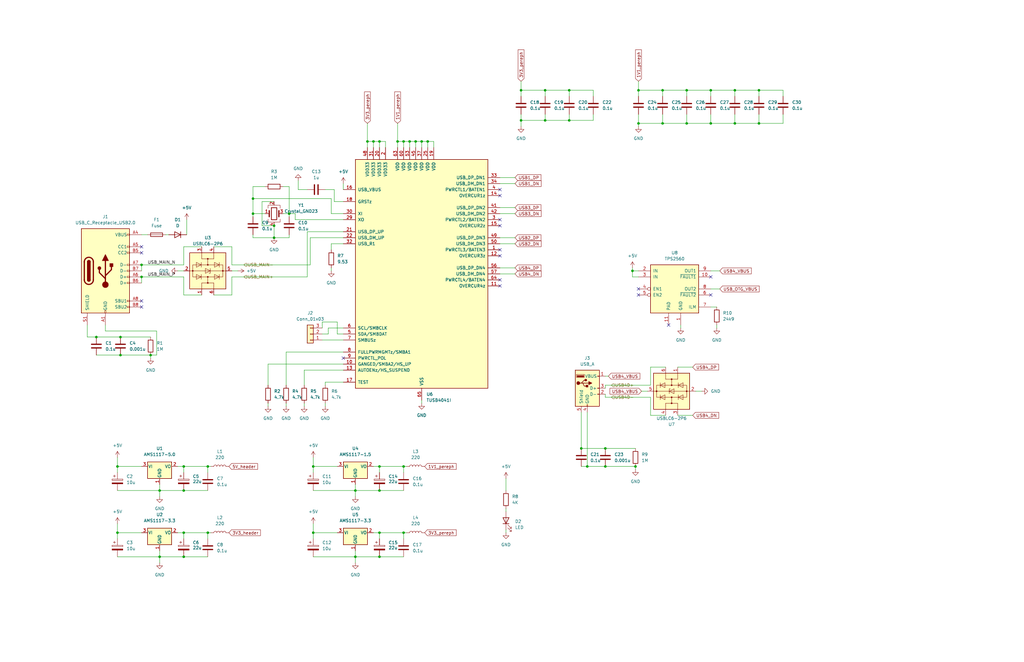
<source format=kicad_sch>
(kicad_sch (version 20211123) (generator eeschema)
  (paper "User" 431.8 279.4)
  (junction (at 167.64 59.69))
  (junction (at 170.18 59.69))
  (junction (at 49.53 196.85))
  (junction (at 154.94 59.69))
  (junction (at 77.47 207.01))
  (junction (at 299.72 38.1))
  (junction (at 50.8 142.24))
  (junction (at 175.26 59.69))
  (junction (at 269.24 52.07))
  (junction (at 77.47 196.85))
  (junction (at 149.86 234.95))
  (junction (at 87.63 224.79))
  (junction (at 255.27 196.85))
  (junction (at 289.56 38.1))
  (junction (at 160.02 196.85))
  (junction (at 121.92 90.17))
  (junction (at 240.03 38.1))
  (junction (at 106.68 90.17))
  (junction (at 266.7 114.3))
  (junction (at 269.24 38.1))
  (junction (at 59.69 116.84))
  (junction (at 299.72 52.07))
  (junction (at 115.57 100.33))
  (junction (at 320.04 52.07))
  (junction (at 67.31 234.95))
  (junction (at 132.08 224.79))
  (junction (at 160.02 207.01))
  (junction (at 172.72 59.69))
  (junction (at 77.47 234.95))
  (junction (at 49.53 224.79))
  (junction (at 289.56 52.07))
  (junction (at 180.34 59.69))
  (junction (at 132.08 196.85))
  (junction (at 106.68 83.82))
  (junction (at 320.04 38.1))
  (junction (at 267.97 196.85))
  (junction (at 177.8 59.69))
  (junction (at 279.4 52.07))
  (junction (at 63.5 149.86))
  (junction (at 40.64 142.24))
  (junction (at 309.88 52.07))
  (junction (at 255.27 189.23))
  (junction (at 240.03 50.8))
  (junction (at 160.02 234.95))
  (junction (at 160.02 224.79))
  (junction (at 87.63 196.85))
  (junction (at 245.11 189.23))
  (junction (at 309.88 38.1))
  (junction (at 157.48 59.69))
  (junction (at 77.47 224.79))
  (junction (at 279.4 38.1))
  (junction (at 160.02 59.69))
  (junction (at 229.87 50.8))
  (junction (at 50.8 149.86))
  (junction (at 219.71 50.8))
  (junction (at 170.18 224.79))
  (junction (at 170.18 196.85))
  (junction (at 67.31 207.01))
  (junction (at 229.87 38.1))
  (junction (at 247.65 196.85))
  (junction (at 149.86 207.01))
  (junction (at 219.71 38.1))
  (junction (at 59.69 111.76))
  (junction (at 115.57 95.25))
  (no_connect (at 59.69 104.14))
  (no_connect (at 59.69 106.68))
  (no_connect (at 59.69 127))
  (no_connect (at 59.69 129.54))
  (no_connect (at 299.72 116.84))
  (no_connect (at 299.72 124.46))
  (no_connect (at 269.24 124.46))
  (no_connect (at 269.24 121.92))
  (no_connect (at 281.94 137.16))
  (no_connect (at 144.78 151.13))
  (no_connect (at 210.82 80.01))
  (no_connect (at 210.82 82.55))
  (no_connect (at 210.82 92.71))
  (no_connect (at 210.82 95.25))
  (no_connect (at 210.82 105.41))
  (no_connect (at 210.82 107.95))
  (no_connect (at 210.82 118.11))
  (no_connect (at 210.82 120.65))
  (wire (pts (xy 289.56 40.64) (xy 289.56 38.1)))
  (wire (pts (xy 138.43 138.43) (xy 138.43 140.97)))
  (wire (pts (xy 97.79 116.84) (xy 97.79 124.46)))
  (wire (pts (xy 144.78 90.17) (xy 139.7 90.17)))
  (wire (pts (xy 77.47 224.79) (xy 87.63 224.79)))
  (wire (pts (xy 87.63 224.79) (xy 87.63 227.33)))
  (wire (pts (xy 210.82 87.63) (xy 217.17 87.63)))
  (wire (pts (xy 49.53 196.85) (xy 59.69 196.85)))
  (wire (pts (xy 132.08 196.85) (xy 142.24 196.85)))
  (wire (pts (xy 77.47 111.76) (xy 77.47 104.14)))
  (wire (pts (xy 139.7 90.17) (xy 139.7 83.82)))
  (wire (pts (xy 97.79 111.76) (xy 130.81 111.76)))
  (wire (pts (xy 139.7 102.87) (xy 144.78 102.87)))
  (wire (pts (xy 125.73 80.01) (xy 129.54 80.01)))
  (wire (pts (xy 50.8 142.24) (xy 63.5 142.24)))
  (wire (pts (xy 330.2 48.26) (xy 330.2 52.07)))
  (wire (pts (xy 180.34 59.69) (xy 180.34 62.23)))
  (wire (pts (xy 132.08 227.33) (xy 132.08 224.79)))
  (wire (pts (xy 125.73 76.2) (xy 125.73 80.01)))
  (wire (pts (xy 44.45 139.7) (xy 66.04 139.7)))
  (wire (pts (xy 219.71 34.29) (xy 219.71 38.1)))
  (wire (pts (xy 78.74 92.71) (xy 78.74 99.06)))
  (wire (pts (xy 77.47 227.33) (xy 77.47 224.79)))
  (wire (pts (xy 229.87 38.1) (xy 240.03 38.1)))
  (wire (pts (xy 219.71 48.26) (xy 219.71 50.8)))
  (wire (pts (xy 266.7 116.84) (xy 269.24 116.84)))
  (wire (pts (xy 142.24 135.89) (xy 135.89 135.89)))
  (wire (pts (xy 144.78 153.67) (xy 113.03 153.67)))
  (wire (pts (xy 172.72 59.69) (xy 172.72 62.23)))
  (wire (pts (xy 66.04 139.7) (xy 66.04 149.86)))
  (wire (pts (xy 130.81 100.33) (xy 144.78 100.33)))
  (wire (pts (xy 279.4 38.1) (xy 279.4 40.64)))
  (wire (pts (xy 219.71 38.1) (xy 219.71 40.64)))
  (wire (pts (xy 175.26 59.69) (xy 175.26 62.23)))
  (wire (pts (xy 144.78 92.71) (xy 124.46 92.71)))
  (wire (pts (xy 120.65 148.59) (xy 144.78 148.59)))
  (wire (pts (xy 149.86 234.95) (xy 149.86 237.49)))
  (wire (pts (xy 74.93 196.85) (xy 77.47 196.85)))
  (wire (pts (xy 77.47 207.01) (xy 87.63 207.01)))
  (wire (pts (xy 49.53 207.01) (xy 67.31 207.01)))
  (wire (pts (xy 132.08 207.01) (xy 149.86 207.01)))
  (wire (pts (xy 240.03 38.1) (xy 240.03 40.64)))
  (wire (pts (xy 130.81 111.76) (xy 130.81 100.33)))
  (wire (pts (xy 289.56 38.1) (xy 299.72 38.1)))
  (wire (pts (xy 139.7 105.41) (xy 139.7 102.87)))
  (wire (pts (xy 142.24 140.97) (xy 142.24 135.89)))
  (wire (pts (xy 157.48 196.85) (xy 160.02 196.85)))
  (wire (pts (xy 170.18 224.79) (xy 171.45 224.79)))
  (wire (pts (xy 135.89 143.51) (xy 144.78 143.51)))
  (wire (pts (xy 269.24 34.29) (xy 269.24 38.1)))
  (wire (pts (xy 137.16 170.18) (xy 137.16 171.45)))
  (wire (pts (xy 285.75 154.94) (xy 292.1 154.94)))
  (wire (pts (xy 67.31 207.01) (xy 67.31 204.47)))
  (wire (pts (xy 266.7 114.3) (xy 266.7 116.84)))
  (wire (pts (xy 137.16 161.29) (xy 144.78 161.29)))
  (wire (pts (xy 247.65 196.85) (xy 255.27 196.85)))
  (wire (pts (xy 320.04 38.1) (xy 330.2 38.1)))
  (wire (pts (xy 167.64 52.07) (xy 167.64 59.69)))
  (wire (pts (xy 219.71 50.8) (xy 229.87 50.8)))
  (wire (pts (xy 87.63 196.85) (xy 88.9 196.85)))
  (wire (pts (xy 67.31 207.01) (xy 67.31 209.55)))
  (wire (pts (xy 128.27 170.18) (xy 128.27 171.45)))
  (wire (pts (xy 240.03 50.8) (xy 250.19 50.8)))
  (wire (pts (xy 160.02 199.39) (xy 160.02 196.85)))
  (wire (pts (xy 299.72 52.07) (xy 309.88 52.07)))
  (wire (pts (xy 44.45 137.16) (xy 44.45 139.7)))
  (wire (pts (xy 49.53 220.98) (xy 49.53 224.79)))
  (wire (pts (xy 149.86 207.01) (xy 160.02 207.01)))
  (wire (pts (xy 49.53 224.79) (xy 59.69 224.79)))
  (wire (pts (xy 110.49 85.09) (xy 110.49 95.25)))
  (wire (pts (xy 121.92 78.74) (xy 121.92 90.17)))
  (wire (pts (xy 160.02 196.85) (xy 170.18 196.85)))
  (wire (pts (xy 210.82 77.47) (xy 217.17 77.47)))
  (wire (pts (xy 129.54 97.79) (xy 144.78 97.79)))
  (wire (pts (xy 132.08 234.95) (xy 149.86 234.95)))
  (wire (pts (xy 266.7 113.03) (xy 266.7 114.3)))
  (wire (pts (xy 274.32 162.56) (xy 274.32 154.94)))
  (wire (pts (xy 50.8 149.86) (xy 63.5 149.86)))
  (wire (pts (xy 279.4 38.1) (xy 289.56 38.1)))
  (wire (pts (xy 149.86 234.95) (xy 149.86 232.41)))
  (wire (pts (xy 121.92 99.06) (xy 121.92 100.33)))
  (wire (pts (xy 67.31 234.95) (xy 77.47 234.95)))
  (wire (pts (xy 182.88 62.23) (xy 182.88 59.69)))
  (wire (pts (xy 137.16 162.56) (xy 137.16 161.29)))
  (wire (pts (xy 124.46 92.71) (xy 124.46 90.17)))
  (wire (pts (xy 255.27 162.56) (xy 274.32 162.56)))
  (wire (pts (xy 267.97 196.85) (xy 267.97 198.12)))
  (wire (pts (xy 132.08 224.79) (xy 142.24 224.79)))
  (wire (pts (xy 287.02 137.16) (xy 287.02 138.43)))
  (wire (pts (xy 49.53 199.39) (xy 49.53 196.85)))
  (wire (pts (xy 106.68 90.17) (xy 111.76 90.17)))
  (wire (pts (xy 132.08 220.98) (xy 132.08 224.79)))
  (wire (pts (xy 97.79 114.3) (xy 100.33 114.3)))
  (wire (pts (xy 160.02 59.69) (xy 160.02 62.23)))
  (wire (pts (xy 74.93 114.3) (xy 77.47 114.3)))
  (wire (pts (xy 106.68 100.33) (xy 115.57 100.33)))
  (wire (pts (xy 213.36 223.52) (xy 213.36 224.79)))
  (wire (pts (xy 177.8 168.91) (xy 177.8 170.18)))
  (wire (pts (xy 135.89 135.89) (xy 135.89 138.43)))
  (wire (pts (xy 269.24 48.26) (xy 269.24 52.07)))
  (wire (pts (xy 210.82 113.03) (xy 217.17 113.03)))
  (wire (pts (xy 299.72 38.1) (xy 299.72 40.64)))
  (wire (pts (xy 59.69 111.76) (xy 77.47 111.76)))
  (wire (pts (xy 160.02 234.95) (xy 170.18 234.95)))
  (wire (pts (xy 111.76 78.74) (xy 106.68 78.74)))
  (wire (pts (xy 77.47 116.84) (xy 77.47 124.46)))
  (wire (pts (xy 115.57 95.25) (xy 115.57 100.33)))
  (wire (pts (xy 289.56 48.26) (xy 289.56 52.07)))
  (wire (pts (xy 139.7 113.03) (xy 139.7 114.3)))
  (wire (pts (xy 240.03 38.1) (xy 250.19 38.1)))
  (wire (pts (xy 320.04 52.07) (xy 330.2 52.07)))
  (wire (pts (xy 144.78 140.97) (xy 142.24 140.97)))
  (wire (pts (xy 67.31 207.01) (xy 77.47 207.01)))
  (wire (pts (xy 229.87 48.26) (xy 229.87 50.8)))
  (wire (pts (xy 106.68 78.74) (xy 106.68 83.82)))
  (wire (pts (xy 162.56 62.23) (xy 162.56 59.69)))
  (wire (pts (xy 160.02 227.33) (xy 160.02 224.79)))
  (wire (pts (xy 269.24 52.07) (xy 269.24 53.34)))
  (wire (pts (xy 59.69 99.06) (xy 62.23 99.06)))
  (wire (pts (xy 137.16 80.01) (xy 140.97 80.01)))
  (wire (pts (xy 106.68 91.44) (xy 106.68 90.17)))
  (wire (pts (xy 210.82 115.57) (xy 217.17 115.57)))
  (wire (pts (xy 177.8 59.69) (xy 180.34 59.69)))
  (wire (pts (xy 132.08 199.39) (xy 132.08 196.85)))
  (wire (pts (xy 170.18 59.69) (xy 172.72 59.69)))
  (wire (pts (xy 245.11 189.23) (xy 255.27 189.23)))
  (wire (pts (xy 106.68 99.06) (xy 106.68 100.33)))
  (wire (pts (xy 87.63 196.85) (xy 87.63 199.39)))
  (wire (pts (xy 255.27 167.64) (xy 255.27 166.37)))
  (wire (pts (xy 149.86 234.95) (xy 160.02 234.95)))
  (wire (pts (xy 128.27 156.21) (xy 128.27 162.56)))
  (wire (pts (xy 139.7 83.82) (xy 106.68 83.82)))
  (wire (pts (xy 250.19 48.26) (xy 250.19 50.8)))
  (wire (pts (xy 170.18 59.69) (xy 170.18 62.23)))
  (wire (pts (xy 77.47 234.95) (xy 87.63 234.95)))
  (wire (pts (xy 167.64 59.69) (xy 170.18 59.69)))
  (wire (pts (xy 49.53 227.33) (xy 49.53 224.79)))
  (wire (pts (xy 299.72 114.3) (xy 303.53 114.3)))
  (wire (pts (xy 255.27 158.75) (xy 256.54 158.75)))
  (wire (pts (xy 320.04 48.26) (xy 320.04 52.07)))
  (wire (pts (xy 295.91 165.1) (xy 293.37 165.1)))
  (wire (pts (xy 154.94 52.07) (xy 154.94 59.69)))
  (wire (pts (xy 140.97 80.01) (xy 140.97 85.09)))
  (wire (pts (xy 160.02 207.01) (xy 170.18 207.01)))
  (wire (pts (xy 87.63 224.79) (xy 88.9 224.79)))
  (wire (pts (xy 170.18 196.85) (xy 171.45 196.85)))
  (wire (pts (xy 320.04 38.1) (xy 320.04 40.64)))
  (wire (pts (xy 59.69 116.84) (xy 77.47 116.84)))
  (wire (pts (xy 49.53 193.04) (xy 49.53 196.85)))
  (wire (pts (xy 97.79 124.46) (xy 90.17 124.46)))
  (wire (pts (xy 149.86 207.01) (xy 149.86 209.55)))
  (wire (pts (xy 144.78 156.21) (xy 128.27 156.21)))
  (wire (pts (xy 36.83 137.16) (xy 36.83 142.24)))
  (wire (pts (xy 77.47 196.85) (xy 87.63 196.85)))
  (wire (pts (xy 170.18 196.85) (xy 170.18 199.39)))
  (wire (pts (xy 170.18 224.79) (xy 170.18 227.33)))
  (wire (pts (xy 309.88 38.1) (xy 320.04 38.1)))
  (wire (pts (xy 154.94 59.69) (xy 157.48 59.69)))
  (wire (pts (xy 255.27 167.64) (xy 274.32 167.64)))
  (wire (pts (xy 157.48 59.69) (xy 157.48 62.23)))
  (wire (pts (xy 309.88 38.1) (xy 309.88 40.64)))
  (wire (pts (xy 110.49 95.25) (xy 115.57 95.25)))
  (wire (pts (xy 110.49 85.09) (xy 115.57 85.09)))
  (wire (pts (xy 40.64 149.86) (xy 50.8 149.86)))
  (wire (pts (xy 229.87 38.1) (xy 229.87 40.64)))
  (wire (pts (xy 97.79 104.14) (xy 90.17 104.14)))
  (wire (pts (xy 177.8 59.69) (xy 177.8 62.23)))
  (wire (pts (xy 121.92 100.33) (xy 115.57 100.33)))
  (wire (pts (xy 66.04 149.86) (xy 63.5 149.86)))
  (wire (pts (xy 113.03 170.18) (xy 113.03 171.45)))
  (wire (pts (xy 274.32 175.26) (xy 280.67 175.26)))
  (wire (pts (xy 67.31 234.95) (xy 67.31 232.41)))
  (wire (pts (xy 77.47 199.39) (xy 77.47 196.85)))
  (wire (pts (xy 299.72 48.26) (xy 299.72 52.07)))
  (wire (pts (xy 266.7 114.3) (xy 269.24 114.3)))
  (wire (pts (xy 210.82 102.87) (xy 217.17 102.87)))
  (wire (pts (xy 157.48 224.79) (xy 160.02 224.79)))
  (wire (pts (xy 140.97 85.09) (xy 144.78 85.09)))
  (wire (pts (xy 67.31 234.95) (xy 67.31 237.49)))
  (wire (pts (xy 157.48 59.69) (xy 160.02 59.69)))
  (wire (pts (xy 77.47 104.14) (xy 85.09 104.14)))
  (wire (pts (xy 97.79 111.76) (xy 97.79 104.14)))
  (wire (pts (xy 160.02 59.69) (xy 162.56 59.69)))
  (wire (pts (xy 279.4 52.07) (xy 289.56 52.07)))
  (wire (pts (xy 309.88 52.07) (xy 320.04 52.07)))
  (wire (pts (xy 113.03 153.67) (xy 113.03 162.56)))
  (wire (pts (xy 210.82 100.33) (xy 217.17 100.33)))
  (wire (pts (xy 97.79 116.84) (xy 129.54 116.84)))
  (wire (pts (xy 250.19 40.64) (xy 250.19 38.1)))
  (wire (pts (xy 289.56 52.07) (xy 299.72 52.07)))
  (wire (pts (xy 71.12 99.06) (xy 69.85 99.06)))
  (wire (pts (xy 144.78 138.43) (xy 138.43 138.43)))
  (wire (pts (xy 299.72 38.1) (xy 309.88 38.1)))
  (wire (pts (xy 240.03 48.26) (xy 240.03 50.8)))
  (wire (pts (xy 40.64 142.24) (xy 50.8 142.24)))
  (wire (pts (xy 132.08 193.04) (xy 132.08 196.85)))
  (wire (pts (xy 129.54 116.84) (xy 129.54 97.79)))
  (wire (pts (xy 299.72 121.92) (xy 303.53 121.92)))
  (wire (pts (xy 175.26 59.69) (xy 177.8 59.69)))
  (wire (pts (xy 59.69 111.76) (xy 59.69 114.3)))
  (wire (pts (xy 245.11 173.99) (xy 245.11 189.23)))
  (wire (pts (xy 274.32 154.94) (xy 280.67 154.94)))
  (wire (pts (xy 255.27 196.85) (xy 267.97 196.85)))
  (wire (pts (xy 299.72 129.54) (xy 302.26 129.54)))
  (wire (pts (xy 269.24 52.07) (xy 279.4 52.07)))
  (wire (pts (xy 229.87 50.8) (xy 240.03 50.8)))
  (wire (pts (xy 255.27 189.23) (xy 267.97 189.23)))
  (wire (pts (xy 149.86 207.01) (xy 149.86 204.47)))
  (wire (pts (xy 269.24 38.1) (xy 279.4 38.1)))
  (wire (pts (xy 120.65 162.56) (xy 120.65 148.59)))
  (wire (pts (xy 279.4 48.26) (xy 279.4 52.07)))
  (wire (pts (xy 285.75 175.26) (xy 292.1 175.26)))
  (wire (pts (xy 160.02 224.79) (xy 170.18 224.79)))
  (wire (pts (xy 302.26 137.16) (xy 302.26 138.43)))
  (wire (pts (xy 119.38 78.74) (xy 121.92 78.74)))
  (wire (pts (xy 270.51 165.1) (xy 273.05 165.1)))
  (wire (pts (xy 219.71 38.1) (xy 229.87 38.1)))
  (wire (pts (xy 210.82 74.93) (xy 217.17 74.93)))
  (wire (pts (xy 247.65 173.99) (xy 247.65 196.85)))
  (wire (pts (xy 269.24 38.1) (xy 269.24 40.64)))
  (wire (pts (xy 154.94 59.69) (xy 154.94 62.23)))
  (wire (pts (xy 245.11 196.85) (xy 247.65 196.85)))
  (wire (pts (xy 144.78 77.47) (xy 144.78 80.01)))
  (wire (pts (xy 106.68 83.82) (xy 106.68 90.17)))
  (wire (pts (xy 180.34 59.69) (xy 182.88 59.69)))
  (wire (pts (xy 77.47 124.46) (xy 85.09 124.46)))
  (wire (pts (xy 36.83 142.24) (xy 40.64 142.24)))
  (wire (pts (xy 210.82 90.17) (xy 217.17 90.17)))
  (wire (pts (xy 74.93 224.79) (xy 77.47 224.79)))
  (wire (pts (xy 121.92 90.17) (xy 121.92 91.44)))
  (wire (pts (xy 172.72 59.69) (xy 175.26 59.69)))
  (wire (pts (xy 167.64 59.69) (xy 167.64 62.23)))
  (wire (pts (xy 219.71 50.8) (xy 219.71 53.34)))
  (wire (pts (xy 63.5 149.86) (xy 63.5 151.13)))
  (wire (pts (xy 59.69 116.84) (xy 59.69 119.38)))
  (wire (pts (xy 124.46 90.17) (xy 121.92 90.17)))
  (wire (pts (xy 49.53 234.95) (xy 67.31 234.95)))
  (wire (pts (xy 213.36 214.63) (xy 213.36 215.9)))
  (wire (pts (xy 274.32 167.64) (xy 274.32 175.26)))
  (wire (pts (xy 120.65 170.18) (xy 120.65 171.45)))
  (wire (pts (xy 255.27 162.56) (xy 255.27 163.83)))
  (wire (pts (xy 309.88 48.26) (xy 309.88 52.07)))
  (wire (pts (xy 138.43 140.97) (xy 135.89 140.97)))
  (wire (pts (xy 330.2 40.64) (xy 330.2 38.1)))
  (wire (pts (xy 213.36 201.93) (xy 213.36 207.01)))
  (wire (pts (xy 119.38 90.17) (xy 121.92 90.17)))
  (label "USB_MAIN_N" (at 62.23 111.76 0))
  (label "USB_MAIN_P" (at 62.23 116.84 0))
  (global_label "USB4_DN" (shape input) (at 217.17 115.57 0) (property "Intersheet References" "${INTERSHEET_REFS}" (effects hide)))
  (global_label "USB4_VBUS" (shape input) (at 270.51 165.1 180) (property "Intersheet References" "${INTERSHEET_REFS}" (effects hide)))
  (global_label "1V1_pereph" (shape input) (at 179.07 196.85 0) (property "Intersheet References" "${INTERSHEET_REFS}" (effects hide)))
  (global_label "3V3_header" (shape input) (at 96.52 224.79 0) (property "Intersheet References" "${INTERSHEET_REFS}" (effects hide)))
  (global_label "1V1_pereph" (shape input) (at 269.24 34.29 90) (property "Intersheet References" "${INTERSHEET_REFS}" (effects hide)))
  (global_label "3V3_pereph" (shape input) (at 154.94 52.07 90) (property "Intersheet References" "${INTERSHEET_REFS}" (effects hide)))
  (global_label "USB4_VBUS" (shape input) (at 303.53 114.3 0) (property "Intersheet References" "${INTERSHEET_REFS}" (effects hide)))
  (global_label "USB_OTG_VBUS" (shape input) (at 303.53 121.92 0) (property "Intersheet References" "${INTERSHEET_REFS}" (effects hide)))
  (global_label "USB2_DP" (shape input) (at 217.17 100.33 0) (property "Intersheet References" "${INTERSHEET_REFS}" (effects hide)))
  (global_label "USB4_DP" (shape input) (at 217.17 113.03 0) (property "Intersheet References" "${INTERSHEET_REFS}" (effects hide)))
  (global_label "USB4_DP" (shape input) (at 292.1 154.94 0) (property "Intersheet References" "${INTERSHEET_REFS}" (effects hide)))
  (global_label "3V3_pereph" (shape input) (at 179.07 224.79 0) (property "Intersheet References" "${INTERSHEET_REFS}" (effects hide)))
  (global_label "USB2_DN" (shape input) (at 217.17 102.87 0) (property "Intersheet References" "${INTERSHEET_REFS}" (effects hide)))
  (global_label "1V1_pereph" (shape input) (at 167.64 52.07 90) (property "Intersheet References" "${INTERSHEET_REFS}" (effects hide)))
  (global_label "USB4_DN" (shape input) (at 292.1 175.26 0) (property "Intersheet References" "${INTERSHEET_REFS}" (effects hide)))
  (global_label "USB4_VBUS" (shape input) (at 256.54 158.75 0) (property "Intersheet References" "${INTERSHEET_REFS}" (effects hide)))
  (global_label "USB1_DP" (shape input) (at 217.17 74.93 0) (property "Intersheet References" "${INTERSHEET_REFS}" (effects hide)))
  (global_label "5V_header" (shape input) (at 96.52 196.85 0) (property "Intersheet References" "${INTERSHEET_REFS}" (effects hide)))
  (global_label "USB1_DN" (shape input) (at 217.17 77.47 0) (property "Intersheet References" "${INTERSHEET_REFS}" (effects hide)))
  (global_label "USB3_DP" (shape input) (at 217.17 87.63 0) (property "Intersheet References" "${INTERSHEET_REFS}" (effects hide)))
  (global_label "USB3_DN" (shape input) (at 217.17 90.17 0) (property "Intersheet References" "${INTERSHEET_REFS}" (effects hide)))
  (global_label "3V3_pereph" (shape input) (at 219.71 34.29 90) (property "Intersheet References" "${INTERSHEET_REFS}" (effects hide)))
  (hierarchical_label "USB_MAIN-" (shape input) (at 102.87 111.76 0))
  (hierarchical_label "USB4D+" (shape input) (at 257.81 162.56 0))
  (hierarchical_label "USB4D-" (shape input) (at 257.81 167.64 0))
  (hierarchical_label "USB_MAIN+" (shape input) (at 102.87 116.84 0))
  (symbol (lib_id "Device:R") (at 63.5 146.05 0) (unit 1)
    (property "Reference" "R1" (at 66.04 144.7799 0) (effects (justify left)))
    (property "Value" "1M" (at 66.04 147.3199 0) (effects (justify left)))
    (property "Footprint" "Resistor_SMD:R_0603_1608Metric_Pad0.98x0.95mm_HandSolder" (effects hide))
  )
  (symbol (lib_id "Interface_USB:TPS2560") (at 284.48 121.92 0) (unit 1)
    (property "Reference" "U8" (at 284.48 106.68 0))
    (property "Value" "TPS2560" (at 284.48 109.22 0))
    (property "Footprint" "Package_SON:VSON-10-1EP_3x3mm_P0.5mm_EP1.65x2.4mm" (effects hide))
    (property "Datasheet" "http://www.ti.com/lit/ds/symlink/tps2560.pdf" (effects hide))
  )
  (symbol (lib_id "Device:D") (at 74.93 99.06 180) (unit 1)
    (property "Reference" "D1" (at 74.93 92.71 0))
    (property "Value" "D" (at 74.93 95.25 0))
    (property "Footprint" "Diode_SMD:D_0805_2012Metric_Pad1.15x1.40mm_HandSolder" (effects hide))
  )
  (symbol (lib_id "power:GND") (at 287.02 138.43 0) (unit 1)
    (property "Reference" "#PWR028" (effects hide))
    (property "Value" "GND" (at 287.02 143.51 0))
  )
  (symbol (lib_id "Device:C") (at 170.18 203.2 0) (unit 1)
    (property "Reference" "C16" (at 173.99 201.9299 0) (effects (justify left)))
    (property "Value" "0.1u" (at 173.99 204.4699 0) (effects (justify left)))
    (property "Footprint" "Capacitor_SMD:C_0805_2012Metric_Pad1.18x1.45mm_HandSolder" (effects hide))
  )
  (symbol (lib_id "Device:R") (at 115.57 78.74 90) (unit 1)
    (property "Reference" "R3" (at 115.57 72.39 90))
    (property "Value" "1M" (at 115.57 74.93 90))
    (property "Footprint" "Resistor_SMD:R_0603_1608Metric_Pad0.98x0.95mm_HandSolder" (effects hide))
  )
  (symbol (lib_id "Device:C") (at 229.87 44.45 0) (unit 1)
    (property "Reference" "C19" (at 233.68 43.1799 0) (effects (justify left)))
    (property "Value" "0.1u" (at 233.68 45.7199 0) (effects (justify left)))
    (property "Footprint" "Capacitor_SMD:C_0603_1608Metric_Pad1.08x0.95mm_HandSolder" (effects hide))
  )
  (symbol (lib_id "Regulator_Linear:AMS1117-3.3") (at 67.31 224.79 0) (unit 1)
    (property "Reference" "U2" (at 67.31 217.17 0))
    (property "Value" "AMS1117-3.3" (at 67.31 219.71 0))
    (property "Footprint" "Package_TO_SOT_SMD:SOT-223-3_TabPin2" (effects hide))
    (property "Datasheet" "http://www.advanced-monolithic.com/pdf/ds1117.pdf" (effects hide))
  )
  (symbol (lib_id "Device:R") (at 302.26 133.35 0) (unit 1)
    (property "Reference" "R10" (at 304.8 132.0799 0) (effects (justify left)))
    (property "Value" "24k9" (at 304.8 134.6199 0) (effects (justify left)))
    (property "Footprint" "Resistor_SMD:R_0603_1608Metric_Pad0.98x0.95mm_HandSolder" (effects hide))
  )
  (symbol (lib_id "Device:C_Polarized") (at 132.08 203.2 0) (unit 1)
    (property "Reference" "C11" (at 135.89 201.0409 0) (effects (justify left)))
    (property "Value" "10u" (at 135.89 203.5809 0) (effects (justify left)))
    (property "Footprint" "Capacitor_Tantalum_SMD:CP_EIA-6032-15_Kemet-U_Pad2.25x2.35mm_HandSolder" (effects hide))
  )
  (symbol (lib_id "Interface_USB:TUSB4041I") (at 177.8 115.57 0) (unit 1)
    (property "Reference" "U6" (at 179.8194 166.37 0) (effects (justify left)))
    (property "Value" "TUSB4041I" (at 179.8194 168.91 0) (effects (justify left)))
    (property "Footprint" "Package_QFP:HTQFP-64-1EP_10x10mm_P0.5mm_EP8x8mm" (effects hide))
    (property "Datasheet" "http://www.ti.com/lit/ds/symlink/tusb4041i.pdf" (effects hide))
  )
  (symbol (lib_id "Power_Protection:USBLC6-2P6") (at 87.63 114.3 270) (mirror x) (unit 1)
    (property "Reference" "U3" (at 87.63 100.33 90))
    (property "Value" "USBLC6-2P6" (at 87.63 102.87 90))
    (property "Footprint" "Package_TO_SOT_SMD:SOT-666" (effects hide))
    (property "Datasheet" "https://www.st.com/resource/en/datasheet/usblc6-2.pdf" (effects hide))
  )
  (symbol (lib_id "Device:Fuse") (at 66.04 99.06 90) (unit 1)
    (property "Reference" "F1" (at 66.04 92.71 90))
    (property "Value" "Fuse" (at 66.04 95.25 90))
    (property "Footprint" "Fuse:Fuse_1210_3225Metric" (effects hide))
  )
  (symbol (lib_id "Device:C_Polarized") (at 160.02 203.2 0) (unit 1)
    (property "Reference" "C14" (at 163.83 201.0409 0) (effects (justify left)))
    (property "Value" "22u" (at 163.83 203.2 0) (effects (justify left)))
    (property "Footprint" "Capacitor_Tantalum_SMD:CP_EIA-6032-15_Kemet-U_Pad2.25x2.35mm_HandSolder" (effects hide))
  )
  (symbol (lib_id "Device:C") (at 106.68 95.25 0) (unit 1)
    (property "Reference" "C9" (at 110.49 93.9799 0) (effects (justify left)))
    (property "Value" "0.1u" (at 110.49 96.5199 0) (effects (justify left)))
    (property "Footprint" "Capacitor_SMD:C_0603_1608Metric_Pad1.08x0.95mm_HandSolder" (effects hide))
  )
  (symbol (lib_id "Device:C") (at 309.88 44.45 0) (unit 1)
    (property "Reference" "C28" (at 313.69 43.1799 0) (effects (justify left)))
    (property "Value" "0.1u" (at 313.69 45.7199 0) (effects (justify left)))
    (property "Footprint" "Capacitor_SMD:C_0603_1608Metric_Pad1.08x0.95mm_HandSolder" (effects hide))
  )
  (symbol (lib_id "Connector:USB_A") (at 247.65 163.83 0) (unit 1)
    (property "Reference" "J3" (at 247.65 151.13 0))
    (property "Value" "USB_A" (at 247.65 153.67 0))
    (property "Footprint" "Connector_USB:USB_A_Molex_67643_Horizontal" (effects hide))
    (property "Datasheet" " ~" (effects hide))
  )
  (symbol (lib_id "Device:C_Polarized") (at 77.47 203.2 0) (unit 1)
    (property "Reference" "C5" (at 81.28 201.0409 0) (effects (justify left)))
    (property "Value" "22u" (at 81.28 203.2 0) (effects (justify left)))
    (property "Footprint" "Capacitor_Tantalum_SMD:CP_EIA-6032-15_Kemet-U_Pad2.25x2.35mm_HandSolder" (effects hide))
  )
  (symbol (lib_id "power:+5V") (at 49.53 220.98 0) (unit 1)
    (property "Reference" "#PWR02" (effects hide))
    (property "Value" "+5V" (at 49.53 215.9 0))
  )
  (symbol (lib_id "power:GND") (at 295.91 165.1 90) (unit 1)
    (property "Reference" "#PWR029" (effects hide))
    (property "Value" "GND" (at 299.72 165.0999 90) (effects (justify right)))
  )
  (symbol (lib_id "Device:R") (at 139.7 109.22 0) (unit 1)
    (property "Reference" "R7" (at 142.24 107.9499 0) (effects (justify left)))
    (property "Value" "9.53" (at 142.24 110.4899 0) (effects (justify left)))
    (property "Footprint" "Resistor_SMD:R_0603_1608Metric_Pad0.98x0.95mm_HandSolder" (effects hide))
  )
  (symbol (lib_id "Device:C") (at 269.24 44.45 0) (unit 1)
    (property "Reference" "C24" (at 273.05 43.1799 0) (effects (justify left)))
    (property "Value" "0.1u" (at 273.05 45.7199 0) (effects (justify left)))
    (property "Footprint" "Capacitor_SMD:C_0603_1608Metric_Pad1.08x0.95mm_HandSolder" (effects hide))
  )
  (symbol (lib_id "power:GND") (at 113.03 171.45 0) (unit 1)
    (property "Reference" "#PWR09" (effects hide))
    (property "Value" "GND" (at 113.03 176.53 0))
  )
  (symbol (lib_id "power:GND") (at 120.65 171.45 0) (unit 1)
    (property "Reference" "#PWR011" (effects hide))
    (property "Value" "GND" (at 120.65 176.53 0))
  )
  (symbol (lib_id "power:GND") (at 137.16 171.45 0) (unit 1)
    (property "Reference" "#PWR016" (effects hide))
    (property "Value" "GND" (at 137.16 176.53 0))
  )
  (symbol (lib_id "power:GND") (at 213.36 224.79 0) (unit 1)
    (property "Reference" "#PWR023" (effects hide))
    (property "Value" "GND" (at 213.36 229.87 0))
  )
  (symbol (lib_id "Device:Crystal_GND24") (at 115.57 90.17 0) (unit 1)
    (property "Reference" "Y1" (at 127 86.5886 0))
    (property "Value" "Crystal_GND23" (at 127 89.1286 0))
    (property "Footprint" "Crystal:Crystal_SMD_2520-4Pin_2.5x2.0mm" (effects hide))
  )
  (symbol (lib_id "Device:C") (at 250.19 44.45 0) (unit 1)
    (property "Reference" "C22" (at 254 43.1799 0) (effects (justify left)))
    (property "Value" "0.1u" (at 254 45.7199 0) (effects (justify left)))
    (property "Footprint" "Capacitor_SMD:C_0603_1608Metric_Pad1.08x0.95mm_HandSolder" (effects hide))
  )
  (symbol (lib_id "Device:C_Polarized") (at 49.53 231.14 0) (unit 1)
    (property "Reference" "C3" (at 53.34 228.9809 0) (effects (justify left)))
    (property "Value" "10u" (at 53.34 231.5209 0) (effects (justify left)))
    (property "Footprint" "Capacitor_Tantalum_SMD:CP_EIA-6032-15_Kemet-U_Pad2.25x2.35mm_HandSolder" (effects hide))
  )
  (symbol (lib_id "Device:C_Polarized") (at 132.08 231.14 0) (unit 1)
    (property "Reference" "C12" (at 135.89 228.9809 0) (effects (justify left)))
    (property "Value" "10u" (at 135.89 231.5209 0) (effects (justify left)))
    (property "Footprint" "Capacitor_Tantalum_SMD:CP_EIA-6032-15_Kemet-U_Pad2.25x2.35mm_HandSolder" (effects hide))
  )
  (symbol (lib_id "Device:C_Polarized") (at 77.47 231.14 0) (unit 1)
    (property "Reference" "C6" (at 81.28 228.9809 0) (effects (justify left)))
    (property "Value" "22u" (at 81.28 231.14 0) (effects (justify left)))
    (property "Footprint" "Capacitor_Tantalum_SMD:CP_EIA-6032-15_Kemet-U_Pad2.25x2.35mm_HandSolder" (effects hide))
  )
  (symbol (lib_id "power:+5V") (at 266.7 113.03 0) (unit 1)
    (property "Reference" "#PWR025" (effects hide))
    (property "Value" "+5V" (at 266.7 107.95 0))
  )
  (symbol (lib_id "power:GND") (at 67.31 209.55 0) (unit 1)
    (property "Reference" "#PWR04" (effects hide))
    (property "Value" "GND" (at 67.31 214.63 0))
  )
  (symbol (lib_id "Device:R") (at 128.27 166.37 0) (unit 1)
    (property "Reference" "R5" (at 130.81 165.0999 0) (effects (justify left)))
    (property "Value" "4.7k" (at 130.81 167.6399 0) (effects (justify left)))
    (property "Footprint" "Resistor_SMD:R_0603_1608Metric_Pad0.98x0.95mm_HandSolder" (effects hide))
  )
  (symbol (lib_id "power:GND") (at 149.86 237.49 0) (unit 1)
    (property "Reference" "#PWR020" (effects hide))
    (property "Value" "GND" (at 149.86 242.57 0))
  )
  (symbol (lib_id "power:GND") (at 139.7 114.3 0) (unit 1)
    (property "Reference" "#PWR017" (effects hide))
    (property "Value" "GND" (at 139.7 119.38 0))
  )
  (symbol (lib_id "Device:R") (at 113.03 166.37 0) (unit 1)
    (property "Reference" "R2" (at 115.57 165.0999 0) (effects (justify left)))
    (property "Value" "4.7k" (at 115.57 167.6399 0) (effects (justify left)))
    (property "Footprint" "Resistor_SMD:R_0603_1608Metric_Pad0.98x0.95mm_HandSolder" (effects hide))
  )
  (symbol (lib_id "Device:C_Polarized") (at 49.53 203.2 0) (unit 1)
    (property "Reference" "C2" (at 53.34 201.0409 0) (effects (justify left)))
    (property "Value" "10u" (at 53.34 203.5809 0) (effects (justify left)))
    (property "Footprint" "Capacitor_Tantalum_SMD:CP_EIA-6032-15_Kemet-U_Pad2.25x2.35mm_HandSolder" (effects hide))
  )
  (symbol (lib_id "Device:C") (at 87.63 231.14 0) (unit 1)
    (property "Reference" "C8" (at 91.44 229.8699 0) (effects (justify left)))
    (property "Value" "0.1u" (at 91.44 232.4099 0) (effects (justify left)))
    (property "Footprint" "Capacitor_SMD:C_0805_2012Metric_Pad1.18x1.45mm_HandSolder" (effects hide))
  )
  (symbol (lib_id "Device:C") (at 240.03 44.45 0) (unit 1)
    (property "Reference" "C20" (at 243.84 43.1799 0) (effects (justify left)))
    (property "Value" "0.1u" (at 243.84 45.7199 0) (effects (justify left)))
    (property "Footprint" "Capacitor_SMD:C_0603_1608Metric_Pad1.08x0.95mm_HandSolder" (effects hide))
  )
  (symbol (lib_id "power:GND") (at 63.5 151.13 0) (unit 1)
    (property "Reference" "#PWR03" (effects hide))
    (property "Value" "GND" (at 63.5 156.21 0))
  )
  (symbol (lib_id "power:GND") (at 115.57 100.33 0) (unit 1)
    (property "Reference" "#PWR010" (effects hide))
    (property "Value" "GND" (at 115.57 105.41 0))
  )
  (symbol (lib_id "power:GND") (at 302.26 138.43 0) (unit 1)
    (property "Reference" "#PWR030" (effects hide))
    (property "Value" "GND" (at 302.26 143.51 0))
  )
  (symbol (lib_id "power:GND") (at 125.73 76.2 180) (unit 1)
    (property "Reference" "#PWR012" (effects hide))
    (property "Value" "GND" (at 125.73 71.12 0))
  )
  (symbol (lib_id "Device:C") (at 279.4 44.45 0) (unit 1)
    (property "Reference" "C25" (at 283.21 43.1799 0) (effects (justify left)))
    (property "Value" "0.1u" (at 283.21 45.7199 0) (effects (justify left)))
    (property "Footprint" "Capacitor_SMD:C_0603_1608Metric_Pad1.08x0.95mm_HandSolder" (effects hide))
  )
  (symbol (lib_id "Device:C") (at 245.11 193.04 0) (unit 1)
    (property "Reference" "C21" (at 248.92 191.7699 0) (effects (justify left)))
    (property "Value" "0.1u" (at 248.92 194.3099 0) (effects (justify left)))
    (property "Footprint" "Capacitor_SMD:C_0603_1608Metric_Pad1.08x0.95mm_HandSolder" (effects hide))
  )
  (symbol (lib_id "Device:L") (at 92.71 224.79 90) (unit 1)
    (property "Reference" "L2" (at 92.71 218.44 90))
    (property "Value" "220" (at 92.71 220.98 90))
    (property "Footprint" "Inductor_SMD:L_2010_5025Metric_Pad1.52x2.65mm_HandSolder" (effects hide))
  )
  (symbol (lib_id "power:+5V") (at 132.08 193.04 0) (unit 1)
    (property "Reference" "#PWR014" (effects hide))
    (property "Value" "+5V" (at 132.08 187.96 0))
  )
  (symbol (lib_id "Device:C") (at 133.35 80.01 90) (unit 1)
    (property "Reference" "C13" (at 133.35 72.39 90))
    (property "Value" "1u" (at 133.35 74.93 90))
    (property "Footprint" "Capacitor_SMD:C_0603_1608Metric_Pad1.08x0.95mm_HandSolder" (effects hide))
  )
  (symbol (lib_id "Connector:USB_C_Receptacle_USB2.0") (at 44.45 114.3 0) (unit 1)
    (property "Reference" "J1" (at 44.45 91.44 0))
    (property "Value" "USB_C_Receptacle_USB2.0" (at 44.45 93.98 0))
    (property "Footprint" "Connector_USB:USB_C_Receptacle_HRO_TYPE-C-31-M-12" (effects hide))
    (property "Datasheet" "https://www.usb.org/sites/default/files/documents/usb_type-c.zip" (effects hide))
  )
  (symbol (lib_id "Device:L") (at 175.26 196.85 90) (unit 1)
    (property "Reference" "L3" (at 175.26 190.5 90))
    (property "Value" "220" (at 175.26 193.04 90))
    (property "Footprint" "Inductor_SMD:L_2010_5025Metric_Pad1.52x2.65mm_HandSolder" (effects hide))
  )
  (symbol (lib_id "power:+5V") (at 78.74 92.71 0) (unit 1)
    (property "Reference" "#PWR07" (effects hide))
    (property "Value" "+5V" (at 78.74 87.63 0))
  )
  (symbol (lib_id "power:+5V") (at 213.36 201.93 0) (unit 1)
    (property "Reference" "#PWR022" (effects hide))
    (property "Value" "+5V" (at 213.36 196.85 0))
  )
  (symbol (lib_id "Device:LED") (at 213.36 219.71 90) (unit 1)
    (property "Reference" "D2" (at 217.17 220.0274 90) (effects (justify right)))
    (property "Value" "LED" (at 217.17 222.5674 90) (effects (justify right)))
    (property "Footprint" "LED_SMD:LED_0805_2012Metric_Pad1.15x1.40mm_HandSolder" (effects hide))
  )
  (symbol (lib_id "Device:C") (at 330.2 44.45 0) (unit 1)
    (property "Reference" "C30" (at 334.01 43.1799 0) (effects (justify left)))
    (property "Value" "0.1u" (at 334.01 45.7199 0) (effects (justify left)))
    (property "Footprint" "Capacitor_SMD:C_0603_1608Metric_Pad1.08x0.95mm_HandSolder" (effects hide))
  )
  (symbol (lib_id "power:GND") (at 267.97 198.12 0) (unit 1)
    (property "Reference" "#PWR026" (effects hide))
    (property "Value" "GND" (at 267.97 203.2 0))
  )
  (symbol (lib_id "power:GND") (at 149.86 209.55 0) (unit 1)
    (property "Reference" "#PWR019" (effects hide))
    (property "Value" "GND" (at 149.86 214.63 0))
  )
  (symbol (lib_id "power:GND") (at 74.93 114.3 270) (unit 1)
    (property "Reference" "#PWR06" (effects hide))
    (property "Value" "GND" (at 71.12 114.2999 90) (effects (justify right)))
  )
  (symbol (lib_id "Device:C") (at 50.8 146.05 0) (unit 1)
    (property "Reference" "C4" (at 54.61 144.7799 0) (effects (justify left)))
    (property "Value" "0.001u" (at 54.61 147.3199 0) (effects (justify left)))
    (property "Footprint" "Capacitor_SMD:C_0603_1608Metric_Pad1.08x0.95mm_HandSolder" (effects hide))
  )
  (symbol (lib_id "Power_Protection:USBLC6-2P6") (at 283.21 165.1 90) (mirror x) (unit 1)
    (property "Reference" "U7" (at 283.21 179.07 90))
    (property "Value" "USBLC6-2P6" (at 283.21 176.53 90))
    (property "Footprint" "Package_TO_SOT_SMD:SOT-666" (effects hide))
    (property "Datasheet" "https://www.st.com/resource/en/datasheet/usblc6-2.pdf" (effects hide))
  )
  (symbol (lib_id "power:GND") (at 128.27 171.45 0) (unit 1)
    (property "Reference" "#PWR013" (effects hide))
    (property "Value" "GND" (at 128.27 176.53 0))
  )
  (symbol (lib_id "Device:C") (at 87.63 203.2 0) (unit 1)
    (property "Reference" "C7" (at 91.44 201.9299 0) (effects (justify left)))
    (property "Value" "0.1u" (at 91.44 204.4699 0) (effects (justify left)))
    (property "Footprint" "Capacitor_SMD:C_0805_2012Metric_Pad1.18x1.45mm_HandSolder" (effects hide))
  )
  (symbol (lib_id "power:+5V") (at 144.78 77.47 0) (unit 1)
    (property "Reference" "#PWR018" (effects hide))
    (property "Value" "+5V" (at 144.78 72.39 0))
  )
  (symbol (lib_id "Regulator_Linear:AMS1117-1.5") (at 149.86 196.85 0) (unit 1)
    (property "Reference" "U4" (at 149.86 189.23 0))
    (property "Value" "AMS1117-1.5" (at 149.86 191.77 0))
    (property "Footprint" "Package_TO_SOT_SMD:SOT-223-3_TabPin2" (effects hide))
    (property "Datasheet" "http://www.advanced-monolithic.com/pdf/ds1117.pdf" (effects hide))
  )
  (symbol (lib_id "Device:C") (at 320.04 44.45 0) (unit 1)
    (property "Reference" "C29" (at 323.85 43.1799 0) (effects (justify left)))
    (property "Value" "0.1u" (at 323.85 45.7199 0) (effects (justify left)))
    (property "Footprint" "Capacitor_SMD:C_0603_1608Metric_Pad1.08x0.95mm_HandSolder" (effects hide))
  )
  (symbol (lib_id "Device:R") (at 120.65 166.37 0) (unit 1)
    (property "Reference" "R4" (at 123.19 165.0999 0) (effects (justify left)))
    (property "Value" "4.7k" (at 123.19 167.6399 0) (effects (justify left)))
    (property "Footprint" "Resistor_SMD:R_0603_1608Metric_Pad0.98x0.95mm_HandSolder" (effects hide))
  )
  (symbol (lib_id "Device:C") (at 255.27 193.04 0) (unit 1)
    (property "Reference" "C23" (at 259.08 191.7699 0) (effects (justify left)))
    (property "Value" "0.001u" (at 259.08 194.3099 0) (effects (justify left)))
    (property "Footprint" "Capacitor_SMD:C_0603_1608Metric_Pad1.08x0.95mm_HandSolder" (effects hide))
  )
  (symbol (lib_id "Device:C") (at 219.71 44.45 0) (unit 1)
    (property "Reference" "C18" (at 223.52 43.1799 0) (effects (justify left)))
    (property "Value" "0.1u" (at 223.52 45.7199 0) (effects (justify left)))
    (property "Footprint" "Capacitor_SMD:C_0603_1608Metric_Pad1.08x0.95mm_HandSolder" (effects hide))
  )
  (symbol (lib_id "power:GND") (at 269.24 53.34 0) (unit 1)
    (property "Reference" "#PWR027" (effects hide))
    (property "Value" "GND" (at 269.24 58.42 0))
  )
  (symbol (lib_id "Device:R") (at 213.36 210.82 0) (unit 1)
    (property "Reference" "R8" (at 215.9 209.5499 0) (effects (justify left)))
    (property "Value" "4K" (at 215.9 212.0899 0) (effects (justify left)))
    (property "Footprint" "Resistor_SMD:R_0603_1608Metric_Pad0.98x0.95mm_HandSolder" (effects hide))
  )
  (symbol (lib_id "power:GND") (at 177.8 170.18 0) (unit 1)
    (property "Reference" "#PWR021" (effects hide))
    (property "Value" "GND" (at 177.8 175.26 0))
  )
  (symbol (lib_id "power:GND") (at 219.71 53.34 0) (unit 1)
    (property "Reference" "#PWR024" (effects hide))
    (property "Value" "GND" (at 219.71 58.42 0))
  )
  (symbol (lib_id "Regulator_Linear:AMS1117-3.3") (at 149.86 224.79 0) (unit 1)
    (property "Reference" "U5" (at 149.86 217.17 0))
    (property "Value" "AMS1117-3.3" (at 149.86 219.71 0))
    (property "Footprint" "Package_TO_SOT_SMD:SOT-223-3_TabPin2" (effects hide))
    (property "Datasheet" "http://www.advanced-monolithic.com/pdf/ds1117.pdf" (effects hide))
  )
  (symbol (lib_id "power:+5V") (at 100.33 114.3 270) (unit 1)
    (property "Reference" "#PWR08" (effects hide))
    (property "Value" "+5V" (at 107.95 114.3 90) (effects (justify right)))
  )
  (symbol (lib_id "Device:R") (at 267.97 193.04 0) (unit 1)
    (property "Reference" "R9" (at 270.51 191.7699 0) (effects (justify left)))
    (property "Value" "1M" (at 270.51 194.3099 0) (effects (justify left)))
    (property "Footprint" "Resistor_SMD:R_0603_1608Metric_Pad0.98x0.95mm_HandSolder" (effects hide))
  )
  (symbol (lib_id "Device:L") (at 92.71 196.85 90) (unit 1)
    (property "Reference" "L1" (at 92.71 190.5 90))
    (property "Value" "220" (at 92.71 193.04 90))
    (property "Footprint" "Inductor_SMD:L_2010_5025Metric_Pad1.52x2.65mm_HandSolder" (effects hide))
  )
  (symbol (lib_id "Device:R") (at 137.16 166.37 0) (unit 1)
    (property "Reference" "R6" (at 139.7 165.0999 0) (effects (justify left)))
    (property "Value" "4.7k" (at 139.7 167.6399 0) (effects (justify left)))
    (property "Footprint" "Resistor_SMD:R_0603_1608Metric_Pad0.98x0.95mm_HandSolder" (effects hide))
  )
  (symbol (lib_id "Connector_Generic:Conn_01x03") (at 130.81 140.97 180) (unit 1)
    (property "Reference" "J2" (at 130.81 132.08 0))
    (property "Value" "Conn_01x03" (at 130.81 134.62 0))
    (property "Footprint" "Connector_PinHeader_2.54mm:PinHeader_1x03_P2.54mm_Vertical" (effects hide))
  )
  (symbol (lib_id "Device:C") (at 170.18 231.14 0) (unit 1)
    (property "Reference" "C17" (at 173.99 229.8699 0) (effects (justify left)))
    (property "Value" "0.1u" (at 173.99 232.4099 0) (effects (justify left)))
    (property "Footprint" "Capacitor_SMD:C_0805_2012Metric_Pad1.18x1.45mm_HandSolder" (effects hide))
  )
  (symbol (lib_id "power:+5V") (at 49.53 193.04 0) (unit 1)
    (property "Reference" "#PWR01" (effects hide))
    (property "Value" "+5V" (at 49.53 187.96 0))
  )
  (symbol (lib_id "power:+5V") (at 132.08 220.98 0) (unit 1)
    (property "Reference" "#PWR015" (effects hide))
    (property "Value" "+5V" (at 132.08 215.9 0))
  )
  (symbol (lib_id "Device:C_Polarized") (at 160.02 231.14 0) (unit 1)
    (property "Reference" "C15" (at 163.83 228.9809 0) (effects (justify left)))
    (property "Value" "22u" (at 163.83 231.14 0) (effects (justify left)))
    (property "Footprint" "Capacitor_Tantalum_SMD:CP_EIA-6032-15_Kemet-U_Pad2.25x2.35mm_HandSolder" (effects hide))
  )
  (symbol (lib_id "Device:C") (at 121.92 95.25 0) (unit 1)
    (property "Reference" "C10" (at 125.73 93.9799 0) (effects (justify left)))
    (property "Value" "0.1u" (at 125.73 96.5199 0) (effects (justify left)))
    (property "Footprint" "Capacitor_SMD:C_0603_1608Metric_Pad1.08x0.95mm_HandSolder" (effects hide))
  )
  (symbol (lib_id "Device:C") (at 299.72 44.45 0) (unit 1)
    (property "Reference" "C27" (at 303.53 43.1799 0) (effects (justify left)))
    (property "Value" "0.1u" (at 303.53 45.7199 0) (effects (justify left)))
    (property "Footprint" "Capacitor_SMD:C_0603_1608Metric_Pad1.08x0.95mm_HandSolder" (effects hide))
  )
  (symbol (lib_id "Regulator_Linear:AMS1117-5.0") (at 67.31 196.85 0) (unit 1)
    (property "Reference" "U1" (at 67.31 189.23 0))
    (property "Value" "AMS1117-5.0" (at 67.31 191.77 0))
    (property "Footprint" "Package_TO_SOT_SMD:SOT-223-3_TabPin2" (effects hide))
    (property "Datasheet" "http://www.advanced-monolithic.com/pdf/ds1117.pdf" (effects hide))
  )
  (symbol (lib_id "Device:C") (at 40.64 146.05 0) (unit 1)
    (property "Reference" "C1" (at 44.45 144.7799 0) (effects (justify left)))
    (property "Value" "0.1u" (at 44.45 147.3199 0) (effects (justify left)))
    (property "Footprint" "Capacitor_SMD:C_0603_1608Metric_Pad1.08x0.95mm_HandSolder" (effects hide))
  )
  (symbol (lib_id "Device:L") (at 175.26 224.79 90) (unit 1)
    (property "Reference" "L4" (at 175.26 218.44 90))
    (property "Value" "220" (at 175.26 220.98 90))
    (property "Footprint" "Inductor_SMD:L_2010_5025Metric_Pad1.52x2.65mm_HandSolder" (effects hide))
  )
  (symbol (lib_id "Device:C") (at 289.56 44.45 0) (unit 1)
    (property "Reference" "C26" (at 293.37 43.1799 0) (effects (justify left)))
    (property "Value" "0.1u" (at 293.37 45.7199 0) (effects (justify left)))
    (property "Footprint" "Capacitor_SMD:C_0603_1608Metric_Pad1.08x0.95mm_HandSolder" (effects hide))
  )
  (symbol (lib_id "power:GND") (at 67.31 237.49 0) (unit 1)
    (property "Reference" "#PWR05" (effects hide))
    (property "Value" "GND" (at 67.31 242.57 0))
  )
  (sheet (at 842.01 -43.18) (size 266.7 115.57) (stroke (width 0.1524))
    (property "Sheet name" "FPGA" (at 842.01 -43.8916 0) (effects (justify left bottom)))
    (property "Sheet file" "FPGA.kicad_sch" (at 842.01 72.9746 0) (effects (justify left top)))
  )
  (sheet (at 530.86 231.14) (size 236.22 115.57) (stroke (width 0.1524))
    (property "Sheet name" "ESP32" (at 530.86 230.4284 0) (effects (justify left bottom)))
    (property "Sheet file" "esp32.kicad_sch" (at 530.86 347.2946 0) (effects (justify left top)))
  )
  (sheet (at 1143 101.6) (size 229.87 100.33) (stroke (width 0.1524))
    (property "Sheet name" "ETHERNET+OTG" (at 1143 100.8884 0) (effects (justify left bottom)))
    (property "Sheet file" "stm32_ex.kicad_sch" (at 1143 202.5146 0) (effects (justify left top)))
  )
  (sheet (at 530.86 96.52) (size 237.49 107.95) (stroke (width 0.1524))
    (property "Sheet name" "ST-Link V2" (at 530.86 95.8084 0) (effects (justify left bottom)))
    (property "Sheet file" "stlink.kicad_sch" (at 530.86 205.0546 0) (effects (justify left top)))
  )
  (sheet (at 530.86 -44.45) (size 238.76 118.11) (stroke (width 0.1524))
    (property "Sheet name" "FPGA programmer" (at 530.86 -45.1616 0) (effects (justify left bottom)))
    (property "Sheet file" "FPGA_Programmer.kicad_sch" (at 530.86 74.2446 0) (effects (justify left top)))
  )
  (sheet (at 843.28 101.6) (size 264.16 101.6) (stroke (width 0.1524))
    (property "Sheet name" "STM32F407" (at 843.28 100.8884 0) (effects (justify left bottom)))
    (property "Sheet file" "stm32f407.kicad_sch" (at 843.28 203.7846 0) (effects (justify left top)))
  )
)
</source>
